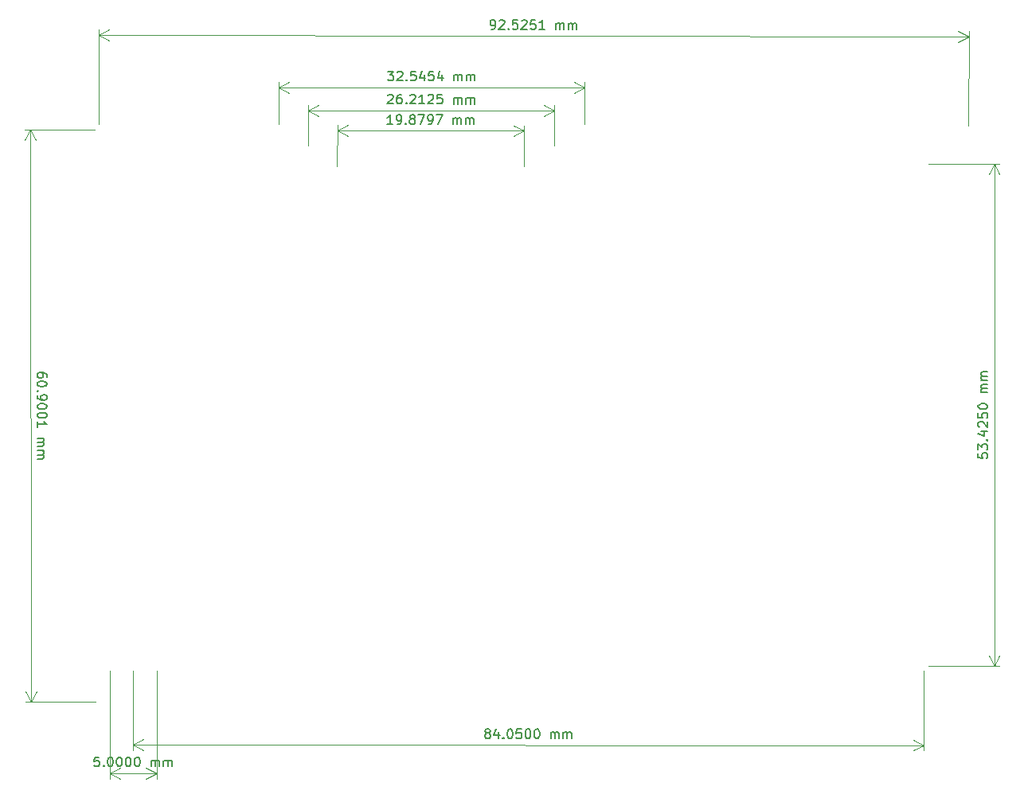
<source format=gbr>
%TF.GenerationSoftware,KiCad,Pcbnew,8.0.9-unknown-202502181922~c4009544a9~ubuntu24.04.1*%
%TF.CreationDate,2025-03-05T23:49:28+05:30*%
%TF.ProjectId,CircuitDesign_AEDTrainer,43697263-7569-4744-9465-7369676e5f41,rev?*%
%TF.SameCoordinates,Original*%
%TF.FileFunction,OtherDrawing,Comment*%
%FSLAX46Y46*%
G04 Gerber Fmt 4.6, Leading zero omitted, Abs format (unit mm)*
G04 Created by KiCad (PCBNEW 8.0.9-unknown-202502181922~c4009544a9~ubuntu24.04.1) date 2025-03-05 23:49:28*
%MOMM*%
%LPD*%
G01*
G04 APERTURE LIST*
%ADD10C,0.150000*%
%ADD11C,0.100000*%
%ADD12C,0.050000*%
G04 APERTURE END LIST*
D10*
X90055952Y-124529819D02*
X89579762Y-124529819D01*
X89579762Y-124529819D02*
X89532143Y-125006009D01*
X89532143Y-125006009D02*
X89579762Y-124958390D01*
X89579762Y-124958390D02*
X89675000Y-124910771D01*
X89675000Y-124910771D02*
X89913095Y-124910771D01*
X89913095Y-124910771D02*
X90008333Y-124958390D01*
X90008333Y-124958390D02*
X90055952Y-125006009D01*
X90055952Y-125006009D02*
X90103571Y-125101247D01*
X90103571Y-125101247D02*
X90103571Y-125339342D01*
X90103571Y-125339342D02*
X90055952Y-125434580D01*
X90055952Y-125434580D02*
X90008333Y-125482200D01*
X90008333Y-125482200D02*
X89913095Y-125529819D01*
X89913095Y-125529819D02*
X89675000Y-125529819D01*
X89675000Y-125529819D02*
X89579762Y-125482200D01*
X89579762Y-125482200D02*
X89532143Y-125434580D01*
X90532143Y-125434580D02*
X90579762Y-125482200D01*
X90579762Y-125482200D02*
X90532143Y-125529819D01*
X90532143Y-125529819D02*
X90484524Y-125482200D01*
X90484524Y-125482200D02*
X90532143Y-125434580D01*
X90532143Y-125434580D02*
X90532143Y-125529819D01*
X91198809Y-124529819D02*
X91294047Y-124529819D01*
X91294047Y-124529819D02*
X91389285Y-124577438D01*
X91389285Y-124577438D02*
X91436904Y-124625057D01*
X91436904Y-124625057D02*
X91484523Y-124720295D01*
X91484523Y-124720295D02*
X91532142Y-124910771D01*
X91532142Y-124910771D02*
X91532142Y-125148866D01*
X91532142Y-125148866D02*
X91484523Y-125339342D01*
X91484523Y-125339342D02*
X91436904Y-125434580D01*
X91436904Y-125434580D02*
X91389285Y-125482200D01*
X91389285Y-125482200D02*
X91294047Y-125529819D01*
X91294047Y-125529819D02*
X91198809Y-125529819D01*
X91198809Y-125529819D02*
X91103571Y-125482200D01*
X91103571Y-125482200D02*
X91055952Y-125434580D01*
X91055952Y-125434580D02*
X91008333Y-125339342D01*
X91008333Y-125339342D02*
X90960714Y-125148866D01*
X90960714Y-125148866D02*
X90960714Y-124910771D01*
X90960714Y-124910771D02*
X91008333Y-124720295D01*
X91008333Y-124720295D02*
X91055952Y-124625057D01*
X91055952Y-124625057D02*
X91103571Y-124577438D01*
X91103571Y-124577438D02*
X91198809Y-124529819D01*
X92151190Y-124529819D02*
X92246428Y-124529819D01*
X92246428Y-124529819D02*
X92341666Y-124577438D01*
X92341666Y-124577438D02*
X92389285Y-124625057D01*
X92389285Y-124625057D02*
X92436904Y-124720295D01*
X92436904Y-124720295D02*
X92484523Y-124910771D01*
X92484523Y-124910771D02*
X92484523Y-125148866D01*
X92484523Y-125148866D02*
X92436904Y-125339342D01*
X92436904Y-125339342D02*
X92389285Y-125434580D01*
X92389285Y-125434580D02*
X92341666Y-125482200D01*
X92341666Y-125482200D02*
X92246428Y-125529819D01*
X92246428Y-125529819D02*
X92151190Y-125529819D01*
X92151190Y-125529819D02*
X92055952Y-125482200D01*
X92055952Y-125482200D02*
X92008333Y-125434580D01*
X92008333Y-125434580D02*
X91960714Y-125339342D01*
X91960714Y-125339342D02*
X91913095Y-125148866D01*
X91913095Y-125148866D02*
X91913095Y-124910771D01*
X91913095Y-124910771D02*
X91960714Y-124720295D01*
X91960714Y-124720295D02*
X92008333Y-124625057D01*
X92008333Y-124625057D02*
X92055952Y-124577438D01*
X92055952Y-124577438D02*
X92151190Y-124529819D01*
X93103571Y-124529819D02*
X93198809Y-124529819D01*
X93198809Y-124529819D02*
X93294047Y-124577438D01*
X93294047Y-124577438D02*
X93341666Y-124625057D01*
X93341666Y-124625057D02*
X93389285Y-124720295D01*
X93389285Y-124720295D02*
X93436904Y-124910771D01*
X93436904Y-124910771D02*
X93436904Y-125148866D01*
X93436904Y-125148866D02*
X93389285Y-125339342D01*
X93389285Y-125339342D02*
X93341666Y-125434580D01*
X93341666Y-125434580D02*
X93294047Y-125482200D01*
X93294047Y-125482200D02*
X93198809Y-125529819D01*
X93198809Y-125529819D02*
X93103571Y-125529819D01*
X93103571Y-125529819D02*
X93008333Y-125482200D01*
X93008333Y-125482200D02*
X92960714Y-125434580D01*
X92960714Y-125434580D02*
X92913095Y-125339342D01*
X92913095Y-125339342D02*
X92865476Y-125148866D01*
X92865476Y-125148866D02*
X92865476Y-124910771D01*
X92865476Y-124910771D02*
X92913095Y-124720295D01*
X92913095Y-124720295D02*
X92960714Y-124625057D01*
X92960714Y-124625057D02*
X93008333Y-124577438D01*
X93008333Y-124577438D02*
X93103571Y-124529819D01*
X94055952Y-124529819D02*
X94151190Y-124529819D01*
X94151190Y-124529819D02*
X94246428Y-124577438D01*
X94246428Y-124577438D02*
X94294047Y-124625057D01*
X94294047Y-124625057D02*
X94341666Y-124720295D01*
X94341666Y-124720295D02*
X94389285Y-124910771D01*
X94389285Y-124910771D02*
X94389285Y-125148866D01*
X94389285Y-125148866D02*
X94341666Y-125339342D01*
X94341666Y-125339342D02*
X94294047Y-125434580D01*
X94294047Y-125434580D02*
X94246428Y-125482200D01*
X94246428Y-125482200D02*
X94151190Y-125529819D01*
X94151190Y-125529819D02*
X94055952Y-125529819D01*
X94055952Y-125529819D02*
X93960714Y-125482200D01*
X93960714Y-125482200D02*
X93913095Y-125434580D01*
X93913095Y-125434580D02*
X93865476Y-125339342D01*
X93865476Y-125339342D02*
X93817857Y-125148866D01*
X93817857Y-125148866D02*
X93817857Y-124910771D01*
X93817857Y-124910771D02*
X93865476Y-124720295D01*
X93865476Y-124720295D02*
X93913095Y-124625057D01*
X93913095Y-124625057D02*
X93960714Y-124577438D01*
X93960714Y-124577438D02*
X94055952Y-124529819D01*
X95579762Y-125529819D02*
X95579762Y-124863152D01*
X95579762Y-124958390D02*
X95627381Y-124910771D01*
X95627381Y-124910771D02*
X95722619Y-124863152D01*
X95722619Y-124863152D02*
X95865476Y-124863152D01*
X95865476Y-124863152D02*
X95960714Y-124910771D01*
X95960714Y-124910771D02*
X96008333Y-125006009D01*
X96008333Y-125006009D02*
X96008333Y-125529819D01*
X96008333Y-125006009D02*
X96055952Y-124910771D01*
X96055952Y-124910771D02*
X96151190Y-124863152D01*
X96151190Y-124863152D02*
X96294047Y-124863152D01*
X96294047Y-124863152D02*
X96389286Y-124910771D01*
X96389286Y-124910771D02*
X96436905Y-125006009D01*
X96436905Y-125006009D02*
X96436905Y-125529819D01*
X96913095Y-125529819D02*
X96913095Y-124863152D01*
X96913095Y-124958390D02*
X96960714Y-124910771D01*
X96960714Y-124910771D02*
X97055952Y-124863152D01*
X97055952Y-124863152D02*
X97198809Y-124863152D01*
X97198809Y-124863152D02*
X97294047Y-124910771D01*
X97294047Y-124910771D02*
X97341666Y-125006009D01*
X97341666Y-125006009D02*
X97341666Y-125529819D01*
X97341666Y-125006009D02*
X97389285Y-124910771D01*
X97389285Y-124910771D02*
X97484523Y-124863152D01*
X97484523Y-124863152D02*
X97627380Y-124863152D01*
X97627380Y-124863152D02*
X97722619Y-124910771D01*
X97722619Y-124910771D02*
X97770238Y-125006009D01*
X97770238Y-125006009D02*
X97770238Y-125529819D01*
D11*
X96175000Y-115300000D02*
X96175000Y-126811420D01*
X91175000Y-115300000D02*
X91175000Y-126811420D01*
X96175000Y-126225000D02*
X91175000Y-126225000D01*
X96175000Y-126225000D02*
X91175000Y-126225000D01*
X96175000Y-126225000D02*
X95048496Y-126811421D01*
X96175000Y-126225000D02*
X95048496Y-125638579D01*
X91175000Y-126225000D02*
X92301504Y-125638579D01*
X91175000Y-126225000D02*
X92301504Y-126811421D01*
D10*
X131730951Y-47073958D02*
X131921427Y-47074267D01*
X131921427Y-47074267D02*
X132016742Y-47026802D01*
X132016742Y-47026802D02*
X132064439Y-46979260D01*
X132064439Y-46979260D02*
X132159908Y-46836558D01*
X132159908Y-46836558D02*
X132207836Y-46646159D01*
X132207836Y-46646159D02*
X132208454Y-46265207D01*
X132208454Y-46265207D02*
X132160989Y-46169892D01*
X132160989Y-46169892D02*
X132113447Y-46122196D01*
X132113447Y-46122196D02*
X132018286Y-46074423D01*
X132018286Y-46074423D02*
X131827811Y-46074114D01*
X131827811Y-46074114D02*
X131732495Y-46121578D01*
X131732495Y-46121578D02*
X131684799Y-46169120D01*
X131684799Y-46169120D02*
X131637026Y-46264281D01*
X131637026Y-46264281D02*
X131636640Y-46502376D01*
X131636640Y-46502376D02*
X131684104Y-46597691D01*
X131684104Y-46597691D02*
X131731646Y-46645387D01*
X131731646Y-46645387D02*
X131826807Y-46693161D01*
X131826807Y-46693161D02*
X132017283Y-46693469D01*
X132017283Y-46693469D02*
X132112598Y-46646005D01*
X132112598Y-46646005D02*
X132160294Y-46598463D01*
X132160294Y-46598463D02*
X132208068Y-46503302D01*
X132589560Y-46170587D02*
X132637256Y-46123045D01*
X132637256Y-46123045D02*
X132732571Y-46075581D01*
X132732571Y-46075581D02*
X132970666Y-46075967D01*
X132970666Y-46075967D02*
X133065827Y-46123740D01*
X133065827Y-46123740D02*
X133113369Y-46171436D01*
X133113369Y-46171436D02*
X133160833Y-46266751D01*
X133160833Y-46266751D02*
X133160679Y-46361989D01*
X133160679Y-46361989D02*
X133112828Y-46504769D01*
X133112828Y-46504769D02*
X132540474Y-47075270D01*
X132540474Y-47075270D02*
X133159521Y-47076274D01*
X133588246Y-46981731D02*
X133635788Y-47029427D01*
X133635788Y-47029427D02*
X133588092Y-47076969D01*
X133588092Y-47076969D02*
X133540550Y-47029273D01*
X133540550Y-47029273D02*
X133588246Y-46981731D01*
X133588246Y-46981731D02*
X133588092Y-47076969D01*
X134542092Y-46078514D02*
X134065902Y-46077742D01*
X134065902Y-46077742D02*
X134017511Y-46553855D01*
X134017511Y-46553855D02*
X134065208Y-46506313D01*
X134065208Y-46506313D02*
X134160523Y-46458848D01*
X134160523Y-46458848D02*
X134398618Y-46459234D01*
X134398618Y-46459234D02*
X134493779Y-46507008D01*
X134493779Y-46507008D02*
X134541320Y-46554704D01*
X134541320Y-46554704D02*
X134588785Y-46650019D01*
X134588785Y-46650019D02*
X134588399Y-46888114D01*
X134588399Y-46888114D02*
X134540626Y-46983275D01*
X134540626Y-46983275D02*
X134492929Y-47030817D01*
X134492929Y-47030817D02*
X134397614Y-47078281D01*
X134397614Y-47078281D02*
X134159519Y-47077895D01*
X134159519Y-47077895D02*
X134064358Y-47030122D01*
X134064358Y-47030122D02*
X134016817Y-46982426D01*
X134970509Y-46174447D02*
X135018205Y-46126905D01*
X135018205Y-46126905D02*
X135113520Y-46079440D01*
X135113520Y-46079440D02*
X135351615Y-46079826D01*
X135351615Y-46079826D02*
X135446776Y-46127600D01*
X135446776Y-46127600D02*
X135494318Y-46175296D01*
X135494318Y-46175296D02*
X135541782Y-46270611D01*
X135541782Y-46270611D02*
X135541628Y-46365849D01*
X135541628Y-46365849D02*
X135493777Y-46508629D01*
X135493777Y-46508629D02*
X134921423Y-47079130D01*
X134921423Y-47079130D02*
X135540470Y-47080134D01*
X136446852Y-46081602D02*
X135970662Y-46080830D01*
X135970662Y-46080830D02*
X135922271Y-46556943D01*
X135922271Y-46556943D02*
X135969967Y-46509401D01*
X135969967Y-46509401D02*
X136065282Y-46461936D01*
X136065282Y-46461936D02*
X136303377Y-46462322D01*
X136303377Y-46462322D02*
X136398538Y-46510096D01*
X136398538Y-46510096D02*
X136446080Y-46557792D01*
X136446080Y-46557792D02*
X136493544Y-46653107D01*
X136493544Y-46653107D02*
X136493158Y-46891202D01*
X136493158Y-46891202D02*
X136445385Y-46986363D01*
X136445385Y-46986363D02*
X136397689Y-47033905D01*
X136397689Y-47033905D02*
X136302374Y-47081369D01*
X136302374Y-47081369D02*
X136064279Y-47080983D01*
X136064279Y-47080983D02*
X135969118Y-47033210D01*
X135969118Y-47033210D02*
X135921576Y-46985514D01*
X137445229Y-47083222D02*
X136873802Y-47082296D01*
X137159515Y-47082759D02*
X137161137Y-46082760D01*
X137161137Y-46082760D02*
X137065667Y-46225463D01*
X137065667Y-46225463D02*
X136970275Y-46320546D01*
X136970275Y-46320546D02*
X136874960Y-46368011D01*
X138635704Y-47085152D02*
X138636785Y-46418486D01*
X138636631Y-46513724D02*
X138684327Y-46466182D01*
X138684327Y-46466182D02*
X138779642Y-46418718D01*
X138779642Y-46418718D02*
X138922499Y-46418949D01*
X138922499Y-46418949D02*
X139017660Y-46466723D01*
X139017660Y-46466723D02*
X139065124Y-46562038D01*
X139065124Y-46562038D02*
X139064275Y-47085847D01*
X139065124Y-46562038D02*
X139112898Y-46466877D01*
X139112898Y-46466877D02*
X139208213Y-46419413D01*
X139208213Y-46419413D02*
X139351070Y-46419644D01*
X139351070Y-46419644D02*
X139446231Y-46467417D01*
X139446231Y-46467417D02*
X139493695Y-46562733D01*
X139493695Y-46562733D02*
X139492846Y-47086541D01*
X139969036Y-47087313D02*
X139970116Y-46420648D01*
X139969962Y-46515886D02*
X140017658Y-46468344D01*
X140017658Y-46468344D02*
X140112973Y-46420879D01*
X140112973Y-46420879D02*
X140255830Y-46421111D01*
X140255830Y-46421111D02*
X140350991Y-46468884D01*
X140350991Y-46468884D02*
X140398456Y-46564199D01*
X140398456Y-46564199D02*
X140397606Y-47088008D01*
X140398456Y-46564199D02*
X140446229Y-46469039D01*
X140446229Y-46469039D02*
X140541544Y-46421574D01*
X140541544Y-46421574D02*
X140684401Y-46421806D01*
X140684401Y-46421806D02*
X140779562Y-46469579D01*
X140779562Y-46469579D02*
X140827026Y-46564894D01*
X140827026Y-46564894D02*
X140826177Y-47088703D01*
D11*
X182500811Y-57300001D02*
X182517079Y-47265053D01*
X89975811Y-57150001D02*
X89992079Y-47115053D01*
X182516128Y-47851472D02*
X89991128Y-47701472D01*
X182516128Y-47851472D02*
X89991128Y-47701472D01*
X182516128Y-47851472D02*
X181388675Y-48436066D01*
X182516128Y-47851472D02*
X181390576Y-47263226D01*
X89991128Y-47701472D02*
X91118581Y-47116878D01*
X89991128Y-47701472D02*
X91116680Y-48289718D01*
D10*
X84486547Y-84066438D02*
X84486234Y-83875962D01*
X84486234Y-83875962D02*
X84438459Y-83780802D01*
X84438459Y-83780802D02*
X84390762Y-83733261D01*
X84390762Y-83733261D02*
X84247748Y-83638258D01*
X84247748Y-83638258D02*
X84057194Y-83590951D01*
X84057194Y-83590951D02*
X83676242Y-83591577D01*
X83676242Y-83591577D02*
X83581083Y-83639352D01*
X83581083Y-83639352D02*
X83533542Y-83687050D01*
X83533542Y-83687050D02*
X83486079Y-83782366D01*
X83486079Y-83782366D02*
X83486392Y-83972842D01*
X83486392Y-83972842D02*
X83534167Y-84068001D01*
X83534167Y-84068001D02*
X83581865Y-84115542D01*
X83581865Y-84115542D02*
X83677181Y-84163005D01*
X83677181Y-84163005D02*
X83915276Y-84162614D01*
X83915276Y-84162614D02*
X84010435Y-84114838D01*
X84010435Y-84114838D02*
X84057976Y-84067141D01*
X84057976Y-84067141D02*
X84105439Y-83971825D01*
X84105439Y-83971825D02*
X84105126Y-83781349D01*
X84105126Y-83781349D02*
X84057351Y-83686189D01*
X84057351Y-83686189D02*
X84009653Y-83638649D01*
X84009653Y-83638649D02*
X83914337Y-83591186D01*
X84487720Y-84780722D02*
X84487876Y-84875960D01*
X84487876Y-84875960D02*
X84440414Y-84971276D01*
X84440414Y-84971276D02*
X84392873Y-85018974D01*
X84392873Y-85018974D02*
X84297713Y-85066749D01*
X84297713Y-85066749D02*
X84107315Y-85114681D01*
X84107315Y-85114681D02*
X83869220Y-85115072D01*
X83869220Y-85115072D02*
X83678666Y-85067766D01*
X83678666Y-85067766D02*
X83583350Y-85020303D01*
X83583350Y-85020303D02*
X83535653Y-84972762D01*
X83535653Y-84972762D02*
X83487878Y-84877602D01*
X83487878Y-84877602D02*
X83487721Y-84782364D01*
X83487721Y-84782364D02*
X83535184Y-84687048D01*
X83535184Y-84687048D02*
X83582725Y-84639351D01*
X83582725Y-84639351D02*
X83677884Y-84591576D01*
X83677884Y-84591576D02*
X83868282Y-84543644D01*
X83868282Y-84543644D02*
X84106377Y-84543253D01*
X84106377Y-84543253D02*
X84296931Y-84590559D01*
X84296931Y-84590559D02*
X84392247Y-84638022D01*
X84392247Y-84638022D02*
X84439945Y-84685563D01*
X84439945Y-84685563D02*
X84487720Y-84780722D01*
X83584210Y-85544112D02*
X83536669Y-85591809D01*
X83536669Y-85591809D02*
X83488972Y-85544268D01*
X83488972Y-85544268D02*
X83536513Y-85496571D01*
X83536513Y-85496571D02*
X83584210Y-85544112D01*
X83584210Y-85544112D02*
X83488972Y-85544268D01*
X83489832Y-86068077D02*
X83490145Y-86258552D01*
X83490145Y-86258552D02*
X83537921Y-86353712D01*
X83537921Y-86353712D02*
X83585618Y-86401253D01*
X83585618Y-86401253D02*
X83728631Y-86496256D01*
X83728631Y-86496256D02*
X83919185Y-86543563D01*
X83919185Y-86543563D02*
X84300137Y-86542937D01*
X84300137Y-86542937D02*
X84395297Y-86495162D01*
X84395297Y-86495162D02*
X84442838Y-86447465D01*
X84442838Y-86447465D02*
X84490300Y-86352148D01*
X84490300Y-86352148D02*
X84489987Y-86161672D01*
X84489987Y-86161672D02*
X84442212Y-86066513D01*
X84442212Y-86066513D02*
X84394515Y-86018972D01*
X84394515Y-86018972D02*
X84299199Y-85971509D01*
X84299199Y-85971509D02*
X84061104Y-85971900D01*
X84061104Y-85971900D02*
X83965944Y-86019676D01*
X83965944Y-86019676D02*
X83918403Y-86067373D01*
X83918403Y-86067373D02*
X83870941Y-86162689D01*
X83870941Y-86162689D02*
X83871253Y-86353165D01*
X83871253Y-86353165D02*
X83919029Y-86448325D01*
X83919029Y-86448325D02*
X83966726Y-86495865D01*
X83966726Y-86495865D02*
X84062042Y-86543328D01*
X84491629Y-87161671D02*
X84491786Y-87256909D01*
X84491786Y-87256909D02*
X84444323Y-87352225D01*
X84444323Y-87352225D02*
X84396782Y-87399922D01*
X84396782Y-87399922D02*
X84301623Y-87447698D01*
X84301623Y-87447698D02*
X84111225Y-87495630D01*
X84111225Y-87495630D02*
X83873130Y-87496021D01*
X83873130Y-87496021D02*
X83682576Y-87448714D01*
X83682576Y-87448714D02*
X83587260Y-87401252D01*
X83587260Y-87401252D02*
X83539563Y-87353711D01*
X83539563Y-87353711D02*
X83491787Y-87258551D01*
X83491787Y-87258551D02*
X83491631Y-87163313D01*
X83491631Y-87163313D02*
X83539093Y-87067997D01*
X83539093Y-87067997D02*
X83586634Y-87020300D01*
X83586634Y-87020300D02*
X83681794Y-86972524D01*
X83681794Y-86972524D02*
X83872192Y-86924593D01*
X83872192Y-86924593D02*
X84110287Y-86924202D01*
X84110287Y-86924202D02*
X84300841Y-86971508D01*
X84300841Y-86971508D02*
X84396157Y-87018971D01*
X84396157Y-87018971D02*
X84443854Y-87066511D01*
X84443854Y-87066511D02*
X84491629Y-87161671D01*
X84493193Y-88114051D02*
X84493350Y-88209289D01*
X84493350Y-88209289D02*
X84445887Y-88304605D01*
X84445887Y-88304605D02*
X84398346Y-88352302D01*
X84398346Y-88352302D02*
X84303187Y-88400078D01*
X84303187Y-88400078D02*
X84112789Y-88448009D01*
X84112789Y-88448009D02*
X83874694Y-88448400D01*
X83874694Y-88448400D02*
X83684140Y-88401094D01*
X83684140Y-88401094D02*
X83588824Y-88353631D01*
X83588824Y-88353631D02*
X83541126Y-88306091D01*
X83541126Y-88306091D02*
X83493351Y-88210931D01*
X83493351Y-88210931D02*
X83493195Y-88115693D01*
X83493195Y-88115693D02*
X83540657Y-88020377D01*
X83540657Y-88020377D02*
X83588198Y-87972680D01*
X83588198Y-87972680D02*
X83683358Y-87924904D01*
X83683358Y-87924904D02*
X83873756Y-87876972D01*
X83873756Y-87876972D02*
X84111851Y-87876581D01*
X84111851Y-87876581D02*
X84302405Y-87923888D01*
X84302405Y-87923888D02*
X84397721Y-87971350D01*
X84397721Y-87971350D02*
X84445418Y-88018891D01*
X84445418Y-88018891D02*
X84493193Y-88114051D01*
X83495306Y-89401405D02*
X83494368Y-88829978D01*
X83494837Y-89115692D02*
X84494835Y-89114050D01*
X84494835Y-89114050D02*
X84351822Y-89019046D01*
X84351822Y-89019046D02*
X84256428Y-88923965D01*
X84256428Y-88923965D02*
X84208652Y-88828805D01*
X83497261Y-90591880D02*
X84163926Y-90590786D01*
X84068688Y-90590942D02*
X84116386Y-90638483D01*
X84116386Y-90638483D02*
X84164161Y-90733643D01*
X84164161Y-90733643D02*
X84164396Y-90876500D01*
X84164396Y-90876500D02*
X84116933Y-90971816D01*
X84116933Y-90971816D02*
X84021773Y-91019591D01*
X84021773Y-91019591D02*
X83497964Y-91020451D01*
X84021773Y-91019591D02*
X84117089Y-91067054D01*
X84117089Y-91067054D02*
X84164865Y-91162213D01*
X84164865Y-91162213D02*
X84165099Y-91305070D01*
X84165099Y-91305070D02*
X84117637Y-91400387D01*
X84117637Y-91400387D02*
X84022477Y-91448162D01*
X84022477Y-91448162D02*
X83498668Y-91449022D01*
X83499450Y-91925212D02*
X84166116Y-91924117D01*
X84070878Y-91924273D02*
X84118575Y-91971814D01*
X84118575Y-91971814D02*
X84166350Y-92066974D01*
X84166350Y-92066974D02*
X84166585Y-92209831D01*
X84166585Y-92209831D02*
X84119122Y-92305147D01*
X84119122Y-92305147D02*
X84023963Y-92352922D01*
X84023963Y-92352922D02*
X83500154Y-92353782D01*
X84023963Y-92352922D02*
X84119279Y-92400385D01*
X84119279Y-92400385D02*
X84167054Y-92495545D01*
X84167054Y-92495545D02*
X84167289Y-92638402D01*
X84167289Y-92638402D02*
X84119826Y-92733718D01*
X84119826Y-92733718D02*
X84024666Y-92781493D01*
X84024666Y-92781493D02*
X83500858Y-92782353D01*
D11*
X89600001Y-57750821D02*
X82161753Y-57763035D01*
X89700001Y-118650821D02*
X82261753Y-118663035D01*
X82748172Y-57762072D02*
X82848172Y-118662072D01*
X82748172Y-57762072D02*
X82848172Y-118662072D01*
X82748172Y-57762072D02*
X83336442Y-58887611D01*
X82748172Y-57762072D02*
X82163602Y-58889537D01*
X82848172Y-118662072D02*
X82259902Y-117536533D01*
X82848172Y-118662072D02*
X83432742Y-117534607D01*
D10*
X121268732Y-57176584D02*
X120697304Y-57175962D01*
X120983018Y-57176273D02*
X120984107Y-56176273D01*
X120984107Y-56176273D02*
X120888714Y-56319027D01*
X120888714Y-56319027D02*
X120793372Y-56414161D01*
X120793372Y-56414161D02*
X120698082Y-56461676D01*
X121744922Y-57177103D02*
X121935399Y-57177310D01*
X121935399Y-57177310D02*
X122030688Y-57129795D01*
X122030688Y-57129795D02*
X122078359Y-57082228D01*
X122078359Y-57082228D02*
X122173753Y-56939475D01*
X122173753Y-56939475D02*
X122221580Y-56749050D01*
X122221580Y-56749050D02*
X122221994Y-56368098D01*
X122221994Y-56368098D02*
X122174479Y-56272808D01*
X122174479Y-56272808D02*
X122126912Y-56225137D01*
X122126912Y-56225137D02*
X122031726Y-56177415D01*
X122031726Y-56177415D02*
X121841250Y-56177207D01*
X121841250Y-56177207D02*
X121745960Y-56224722D01*
X121745960Y-56224722D02*
X121698289Y-56272289D01*
X121698289Y-56272289D02*
X121650566Y-56367476D01*
X121650566Y-56367476D02*
X121650307Y-56605571D01*
X121650307Y-56605571D02*
X121697822Y-56700861D01*
X121697822Y-56700861D02*
X121745389Y-56748532D01*
X121745389Y-56748532D02*
X121840575Y-56796254D01*
X121840575Y-56796254D02*
X122031052Y-56796462D01*
X122031052Y-56796462D02*
X122126341Y-56748947D01*
X122126341Y-56748947D02*
X122174012Y-56701379D01*
X122174012Y-56701379D02*
X122221735Y-56606193D01*
X122649788Y-57082850D02*
X122697355Y-57130521D01*
X122697355Y-57130521D02*
X122649684Y-57178088D01*
X122649684Y-57178088D02*
X122602117Y-57130417D01*
X122602117Y-57130417D02*
X122649788Y-57082850D01*
X122649788Y-57082850D02*
X122649684Y-57178088D01*
X123269353Y-56607334D02*
X123174167Y-56559612D01*
X123174167Y-56559612D02*
X123126600Y-56511941D01*
X123126600Y-56511941D02*
X123079085Y-56416651D01*
X123079085Y-56416651D02*
X123079136Y-56369032D01*
X123079136Y-56369032D02*
X123126859Y-56273846D01*
X123126859Y-56273846D02*
X123174530Y-56226279D01*
X123174530Y-56226279D02*
X123269820Y-56178763D01*
X123269820Y-56178763D02*
X123460296Y-56178971D01*
X123460296Y-56178971D02*
X123555482Y-56226694D01*
X123555482Y-56226694D02*
X123603049Y-56274364D01*
X123603049Y-56274364D02*
X123650565Y-56369654D01*
X123650565Y-56369654D02*
X123650513Y-56417273D01*
X123650513Y-56417273D02*
X123602790Y-56512460D01*
X123602790Y-56512460D02*
X123555119Y-56560027D01*
X123555119Y-56560027D02*
X123459829Y-56607542D01*
X123459829Y-56607542D02*
X123269353Y-56607334D01*
X123269353Y-56607334D02*
X123174063Y-56654850D01*
X123174063Y-56654850D02*
X123126392Y-56702417D01*
X123126392Y-56702417D02*
X123078670Y-56797603D01*
X123078670Y-56797603D02*
X123078462Y-56988079D01*
X123078462Y-56988079D02*
X123125977Y-57083369D01*
X123125977Y-57083369D02*
X123173544Y-57131040D01*
X123173544Y-57131040D02*
X123268731Y-57178763D01*
X123268731Y-57178763D02*
X123459207Y-57178970D01*
X123459207Y-57178970D02*
X123554497Y-57131455D01*
X123554497Y-57131455D02*
X123602168Y-57083888D01*
X123602168Y-57083888D02*
X123649890Y-56988702D01*
X123649890Y-56988702D02*
X123650098Y-56798226D01*
X123650098Y-56798226D02*
X123602583Y-56702936D01*
X123602583Y-56702936D02*
X123555015Y-56655265D01*
X123555015Y-56655265D02*
X123459829Y-56607542D01*
X123984105Y-56179541D02*
X124650772Y-56180268D01*
X124650772Y-56180268D02*
X124221111Y-57179800D01*
X125078253Y-57180734D02*
X125268730Y-57180941D01*
X125268730Y-57180941D02*
X125364019Y-57133426D01*
X125364019Y-57133426D02*
X125411690Y-57085859D01*
X125411690Y-57085859D02*
X125507084Y-56943106D01*
X125507084Y-56943106D02*
X125554911Y-56752681D01*
X125554911Y-56752681D02*
X125555326Y-56371729D01*
X125555326Y-56371729D02*
X125507810Y-56276439D01*
X125507810Y-56276439D02*
X125460243Y-56228769D01*
X125460243Y-56228769D02*
X125365057Y-56181046D01*
X125365057Y-56181046D02*
X125174581Y-56180838D01*
X125174581Y-56180838D02*
X125079291Y-56228354D01*
X125079291Y-56228354D02*
X125031620Y-56275921D01*
X125031620Y-56275921D02*
X124983897Y-56371107D01*
X124983897Y-56371107D02*
X124983638Y-56609202D01*
X124983638Y-56609202D02*
X125031153Y-56704492D01*
X125031153Y-56704492D02*
X125078720Y-56752163D01*
X125078720Y-56752163D02*
X125173906Y-56799886D01*
X125173906Y-56799886D02*
X125364383Y-56800093D01*
X125364383Y-56800093D02*
X125459672Y-56752578D01*
X125459672Y-56752578D02*
X125507343Y-56705011D01*
X125507343Y-56705011D02*
X125555066Y-56609824D01*
X125888866Y-56181616D02*
X126555532Y-56182343D01*
X126555532Y-56182343D02*
X126125872Y-57181875D01*
X127697300Y-57183587D02*
X127698026Y-56516921D01*
X127697922Y-56612159D02*
X127745593Y-56564592D01*
X127745593Y-56564592D02*
X127840883Y-56517076D01*
X127840883Y-56517076D02*
X127983740Y-56517232D01*
X127983740Y-56517232D02*
X128078926Y-56564955D01*
X128078926Y-56564955D02*
X128126442Y-56660245D01*
X128126442Y-56660245D02*
X128125871Y-57184054D01*
X128126442Y-56660245D02*
X128174164Y-56565058D01*
X128174164Y-56565058D02*
X128269454Y-56517543D01*
X128269454Y-56517543D02*
X128412311Y-56517699D01*
X128412311Y-56517699D02*
X128507498Y-56565422D01*
X128507498Y-56565422D02*
X128555013Y-56660711D01*
X128555013Y-56660711D02*
X128554442Y-57184521D01*
X129030632Y-57185039D02*
X129031358Y-56518373D01*
X129031255Y-56613611D02*
X129078925Y-56566044D01*
X129078925Y-56566044D02*
X129174215Y-56518529D01*
X129174215Y-56518529D02*
X129317072Y-56518684D01*
X129317072Y-56518684D02*
X129412259Y-56566407D01*
X129412259Y-56566407D02*
X129459774Y-56661697D01*
X129459774Y-56661697D02*
X129459203Y-57185506D01*
X129459774Y-56661697D02*
X129507497Y-56566511D01*
X129507497Y-56566511D02*
X129602787Y-56518996D01*
X129602787Y-56518996D02*
X129745644Y-56519151D01*
X129745644Y-56519151D02*
X129840830Y-56566874D01*
X129840830Y-56566874D02*
X129888345Y-56662164D01*
X129888345Y-56662164D02*
X129887774Y-57185973D01*
D12*
X115371603Y-61676739D02*
X115376394Y-57278926D01*
X135251276Y-61698394D02*
X135256067Y-57300581D01*
X115375754Y-57865346D02*
X135255427Y-57887001D01*
X115375754Y-57865346D02*
X135255427Y-57887001D01*
X115375754Y-57865346D02*
X116502896Y-57280153D01*
X115375754Y-57865346D02*
X116501618Y-58452993D01*
X135255427Y-57887001D02*
X134128285Y-58472194D01*
X135255427Y-57887001D02*
X134129563Y-57299354D01*
D10*
X120752712Y-54104795D02*
X120800351Y-54057195D01*
X120800351Y-54057195D02*
X120895608Y-54009616D01*
X120895608Y-54009616D02*
X121133704Y-54009714D01*
X121133704Y-54009714D02*
X121228922Y-54057372D01*
X121228922Y-54057372D02*
X121276521Y-54105011D01*
X121276521Y-54105011D02*
X121324101Y-54200269D01*
X121324101Y-54200269D02*
X121324062Y-54295507D01*
X121324062Y-54295507D02*
X121276384Y-54438344D01*
X121276384Y-54438344D02*
X120704719Y-55009537D01*
X120704719Y-55009537D02*
X121323767Y-55009792D01*
X122181323Y-54010147D02*
X121990846Y-54010068D01*
X121990846Y-54010068D02*
X121895589Y-54057648D01*
X121895589Y-54057648D02*
X121847950Y-54105247D01*
X121847950Y-54105247D02*
X121752653Y-54248065D01*
X121752653Y-54248065D02*
X121704955Y-54438521D01*
X121704955Y-54438521D02*
X121704798Y-54819474D01*
X121704798Y-54819474D02*
X121752378Y-54914731D01*
X121752378Y-54914731D02*
X121799977Y-54962370D01*
X121799977Y-54962370D02*
X121895195Y-55010029D01*
X121895195Y-55010029D02*
X122085671Y-55010107D01*
X122085671Y-55010107D02*
X122180929Y-54962528D01*
X122180929Y-54962528D02*
X122228568Y-54914928D01*
X122228568Y-54914928D02*
X122276226Y-54819710D01*
X122276226Y-54819710D02*
X122276325Y-54581615D01*
X122276325Y-54581615D02*
X122228745Y-54486357D01*
X122228745Y-54486357D02*
X122181146Y-54438718D01*
X122181146Y-54438718D02*
X122085927Y-54391060D01*
X122085927Y-54391060D02*
X121895451Y-54390981D01*
X121895451Y-54390981D02*
X121800193Y-54438561D01*
X121800193Y-54438561D02*
X121752555Y-54486160D01*
X121752555Y-54486160D02*
X121704896Y-54581378D01*
X122704758Y-54915125D02*
X122752358Y-54962764D01*
X122752358Y-54962764D02*
X122704719Y-55010363D01*
X122704719Y-55010363D02*
X122657120Y-54962724D01*
X122657120Y-54962724D02*
X122704758Y-54915125D01*
X122704758Y-54915125D02*
X122704719Y-55010363D01*
X123133664Y-54105778D02*
X123181302Y-54058179D01*
X123181302Y-54058179D02*
X123276560Y-54010599D01*
X123276560Y-54010599D02*
X123514655Y-54010697D01*
X123514655Y-54010697D02*
X123609874Y-54058356D01*
X123609874Y-54058356D02*
X123657473Y-54105995D01*
X123657473Y-54105995D02*
X123705053Y-54201252D01*
X123705053Y-54201252D02*
X123705014Y-54296490D01*
X123705014Y-54296490D02*
X123657336Y-54439328D01*
X123657336Y-54439328D02*
X123085671Y-55010520D01*
X123085671Y-55010520D02*
X123704719Y-55010776D01*
X124657099Y-55011169D02*
X124085671Y-55010933D01*
X124371385Y-55011051D02*
X124371798Y-54011052D01*
X124371798Y-54011052D02*
X124276501Y-54153869D01*
X124276501Y-54153869D02*
X124181224Y-54249068D01*
X124181224Y-54249068D02*
X124085966Y-54296648D01*
X125038426Y-54106565D02*
X125086064Y-54058966D01*
X125086064Y-54058966D02*
X125181322Y-54011386D01*
X125181322Y-54011386D02*
X125419417Y-54011484D01*
X125419417Y-54011484D02*
X125514636Y-54059143D01*
X125514636Y-54059143D02*
X125562235Y-54106781D01*
X125562235Y-54106781D02*
X125609815Y-54202039D01*
X125609815Y-54202039D02*
X125609775Y-54297277D01*
X125609775Y-54297277D02*
X125562097Y-54440115D01*
X125562097Y-54440115D02*
X124990433Y-55011307D01*
X124990433Y-55011307D02*
X125609480Y-55011563D01*
X126514655Y-54011937D02*
X126038465Y-54011740D01*
X126038465Y-54011740D02*
X125990649Y-54487911D01*
X125990649Y-54487911D02*
X126038288Y-54440311D01*
X126038288Y-54440311D02*
X126133546Y-54392732D01*
X126133546Y-54392732D02*
X126371641Y-54392830D01*
X126371641Y-54392830D02*
X126466859Y-54440488D01*
X126466859Y-54440488D02*
X126514459Y-54488127D01*
X126514459Y-54488127D02*
X126562038Y-54583385D01*
X126562038Y-54583385D02*
X126561940Y-54821480D01*
X126561940Y-54821480D02*
X126514282Y-54916699D01*
X126514282Y-54916699D02*
X126466643Y-54964298D01*
X126466643Y-54964298D02*
X126371385Y-55011878D01*
X126371385Y-55011878D02*
X126133290Y-55011779D01*
X126133290Y-55011779D02*
X126038071Y-54964121D01*
X126038071Y-54964121D02*
X125990472Y-54916482D01*
X127752338Y-55012448D02*
X127752613Y-54345781D01*
X127752574Y-54441020D02*
X127800212Y-54393420D01*
X127800212Y-54393420D02*
X127895470Y-54345840D01*
X127895470Y-54345840D02*
X128038327Y-54345899D01*
X128038327Y-54345899D02*
X128133546Y-54393558D01*
X128133546Y-54393558D02*
X128181125Y-54488816D01*
X128181125Y-54488816D02*
X128180909Y-55012625D01*
X128181125Y-54488816D02*
X128228784Y-54393597D01*
X128228784Y-54393597D02*
X128324042Y-54346017D01*
X128324042Y-54346017D02*
X128466899Y-54346076D01*
X128466899Y-54346076D02*
X128562117Y-54393735D01*
X128562117Y-54393735D02*
X128609697Y-54488993D01*
X128609697Y-54488993D02*
X128609480Y-55012802D01*
X129085671Y-55012999D02*
X129085946Y-54346332D01*
X129085907Y-54441570D02*
X129133545Y-54393971D01*
X129133545Y-54393971D02*
X129228803Y-54346391D01*
X129228803Y-54346391D02*
X129371660Y-54346450D01*
X129371660Y-54346450D02*
X129466879Y-54394109D01*
X129466879Y-54394109D02*
X129514458Y-54489366D01*
X129514458Y-54489366D02*
X129514242Y-55013176D01*
X129514458Y-54489366D02*
X129562117Y-54394148D01*
X129562117Y-54394148D02*
X129657374Y-54346568D01*
X129657374Y-54346568D02*
X129800232Y-54346627D01*
X129800232Y-54346627D02*
X129895450Y-54394286D01*
X129895450Y-54394286D02*
X129943030Y-54489543D01*
X129943030Y-54489543D02*
X129942813Y-55013353D01*
D12*
X112263292Y-59425871D02*
X112265073Y-55114812D01*
X138475828Y-59436698D02*
X138477609Y-55125639D01*
X112264830Y-55701232D02*
X138477366Y-55712059D01*
X112264830Y-55701232D02*
X138477366Y-55712059D01*
X112264830Y-55701232D02*
X113391576Y-55115277D01*
X112264830Y-55701232D02*
X113391091Y-56288118D01*
X138477366Y-55712059D02*
X137350620Y-56298014D01*
X138477366Y-55712059D02*
X137351105Y-55125173D01*
D10*
X120757877Y-51554819D02*
X121376924Y-51554819D01*
X121376924Y-51554819D02*
X121043591Y-51935771D01*
X121043591Y-51935771D02*
X121186448Y-51935771D01*
X121186448Y-51935771D02*
X121281686Y-51983390D01*
X121281686Y-51983390D02*
X121329305Y-52031009D01*
X121329305Y-52031009D02*
X121376924Y-52126247D01*
X121376924Y-52126247D02*
X121376924Y-52364342D01*
X121376924Y-52364342D02*
X121329305Y-52459580D01*
X121329305Y-52459580D02*
X121281686Y-52507200D01*
X121281686Y-52507200D02*
X121186448Y-52554819D01*
X121186448Y-52554819D02*
X120900734Y-52554819D01*
X120900734Y-52554819D02*
X120805496Y-52507200D01*
X120805496Y-52507200D02*
X120757877Y-52459580D01*
X121757877Y-51650057D02*
X121805496Y-51602438D01*
X121805496Y-51602438D02*
X121900734Y-51554819D01*
X121900734Y-51554819D02*
X122138829Y-51554819D01*
X122138829Y-51554819D02*
X122234067Y-51602438D01*
X122234067Y-51602438D02*
X122281686Y-51650057D01*
X122281686Y-51650057D02*
X122329305Y-51745295D01*
X122329305Y-51745295D02*
X122329305Y-51840533D01*
X122329305Y-51840533D02*
X122281686Y-51983390D01*
X122281686Y-51983390D02*
X121710258Y-52554819D01*
X121710258Y-52554819D02*
X122329305Y-52554819D01*
X122757877Y-52459580D02*
X122805496Y-52507200D01*
X122805496Y-52507200D02*
X122757877Y-52554819D01*
X122757877Y-52554819D02*
X122710258Y-52507200D01*
X122710258Y-52507200D02*
X122757877Y-52459580D01*
X122757877Y-52459580D02*
X122757877Y-52554819D01*
X123710257Y-51554819D02*
X123234067Y-51554819D01*
X123234067Y-51554819D02*
X123186448Y-52031009D01*
X123186448Y-52031009D02*
X123234067Y-51983390D01*
X123234067Y-51983390D02*
X123329305Y-51935771D01*
X123329305Y-51935771D02*
X123567400Y-51935771D01*
X123567400Y-51935771D02*
X123662638Y-51983390D01*
X123662638Y-51983390D02*
X123710257Y-52031009D01*
X123710257Y-52031009D02*
X123757876Y-52126247D01*
X123757876Y-52126247D02*
X123757876Y-52364342D01*
X123757876Y-52364342D02*
X123710257Y-52459580D01*
X123710257Y-52459580D02*
X123662638Y-52507200D01*
X123662638Y-52507200D02*
X123567400Y-52554819D01*
X123567400Y-52554819D02*
X123329305Y-52554819D01*
X123329305Y-52554819D02*
X123234067Y-52507200D01*
X123234067Y-52507200D02*
X123186448Y-52459580D01*
X124615019Y-51888152D02*
X124615019Y-52554819D01*
X124376924Y-51507200D02*
X124138829Y-52221485D01*
X124138829Y-52221485D02*
X124757876Y-52221485D01*
X125615019Y-51554819D02*
X125138829Y-51554819D01*
X125138829Y-51554819D02*
X125091210Y-52031009D01*
X125091210Y-52031009D02*
X125138829Y-51983390D01*
X125138829Y-51983390D02*
X125234067Y-51935771D01*
X125234067Y-51935771D02*
X125472162Y-51935771D01*
X125472162Y-51935771D02*
X125567400Y-51983390D01*
X125567400Y-51983390D02*
X125615019Y-52031009D01*
X125615019Y-52031009D02*
X125662638Y-52126247D01*
X125662638Y-52126247D02*
X125662638Y-52364342D01*
X125662638Y-52364342D02*
X125615019Y-52459580D01*
X125615019Y-52459580D02*
X125567400Y-52507200D01*
X125567400Y-52507200D02*
X125472162Y-52554819D01*
X125472162Y-52554819D02*
X125234067Y-52554819D01*
X125234067Y-52554819D02*
X125138829Y-52507200D01*
X125138829Y-52507200D02*
X125091210Y-52459580D01*
X126519781Y-51888152D02*
X126519781Y-52554819D01*
X126281686Y-51507200D02*
X126043591Y-52221485D01*
X126043591Y-52221485D02*
X126662638Y-52221485D01*
X127805496Y-52554819D02*
X127805496Y-51888152D01*
X127805496Y-51983390D02*
X127853115Y-51935771D01*
X127853115Y-51935771D02*
X127948353Y-51888152D01*
X127948353Y-51888152D02*
X128091210Y-51888152D01*
X128091210Y-51888152D02*
X128186448Y-51935771D01*
X128186448Y-51935771D02*
X128234067Y-52031009D01*
X128234067Y-52031009D02*
X128234067Y-52554819D01*
X128234067Y-52031009D02*
X128281686Y-51935771D01*
X128281686Y-51935771D02*
X128376924Y-51888152D01*
X128376924Y-51888152D02*
X128519781Y-51888152D01*
X128519781Y-51888152D02*
X128615020Y-51935771D01*
X128615020Y-51935771D02*
X128662639Y-52031009D01*
X128662639Y-52031009D02*
X128662639Y-52554819D01*
X129138829Y-52554819D02*
X129138829Y-51888152D01*
X129138829Y-51983390D02*
X129186448Y-51935771D01*
X129186448Y-51935771D02*
X129281686Y-51888152D01*
X129281686Y-51888152D02*
X129424543Y-51888152D01*
X129424543Y-51888152D02*
X129519781Y-51935771D01*
X129519781Y-51935771D02*
X129567400Y-52031009D01*
X129567400Y-52031009D02*
X129567400Y-52554819D01*
X129567400Y-52031009D02*
X129615019Y-51935771D01*
X129615019Y-51935771D02*
X129710257Y-51888152D01*
X129710257Y-51888152D02*
X129853114Y-51888152D01*
X129853114Y-51888152D02*
X129948353Y-51935771D01*
X129948353Y-51935771D02*
X129995972Y-52031009D01*
X129995972Y-52031009D02*
X129995972Y-52554819D01*
D12*
X109151844Y-57175000D02*
X109151844Y-52663580D01*
X141697242Y-57175000D02*
X141697242Y-52663580D01*
X109151844Y-53250000D02*
X141697242Y-53250000D01*
X109151844Y-53250000D02*
X141697242Y-53250000D01*
X109151844Y-53250000D02*
X110278348Y-52663579D01*
X109151844Y-53250000D02*
X110278348Y-53836421D01*
X141697242Y-53250000D02*
X140570738Y-53836421D01*
X141697242Y-53250000D02*
X140570738Y-52663579D01*
D10*
X183529819Y-92207737D02*
X183529819Y-92683927D01*
X183529819Y-92683927D02*
X184006009Y-92731546D01*
X184006009Y-92731546D02*
X183958390Y-92683927D01*
X183958390Y-92683927D02*
X183910771Y-92588689D01*
X183910771Y-92588689D02*
X183910771Y-92350594D01*
X183910771Y-92350594D02*
X183958390Y-92255356D01*
X183958390Y-92255356D02*
X184006009Y-92207737D01*
X184006009Y-92207737D02*
X184101247Y-92160118D01*
X184101247Y-92160118D02*
X184339342Y-92160118D01*
X184339342Y-92160118D02*
X184434580Y-92207737D01*
X184434580Y-92207737D02*
X184482200Y-92255356D01*
X184482200Y-92255356D02*
X184529819Y-92350594D01*
X184529819Y-92350594D02*
X184529819Y-92588689D01*
X184529819Y-92588689D02*
X184482200Y-92683927D01*
X184482200Y-92683927D02*
X184434580Y-92731546D01*
X183529819Y-91826784D02*
X183529819Y-91207737D01*
X183529819Y-91207737D02*
X183910771Y-91541070D01*
X183910771Y-91541070D02*
X183910771Y-91398213D01*
X183910771Y-91398213D02*
X183958390Y-91302975D01*
X183958390Y-91302975D02*
X184006009Y-91255356D01*
X184006009Y-91255356D02*
X184101247Y-91207737D01*
X184101247Y-91207737D02*
X184339342Y-91207737D01*
X184339342Y-91207737D02*
X184434580Y-91255356D01*
X184434580Y-91255356D02*
X184482200Y-91302975D01*
X184482200Y-91302975D02*
X184529819Y-91398213D01*
X184529819Y-91398213D02*
X184529819Y-91683927D01*
X184529819Y-91683927D02*
X184482200Y-91779165D01*
X184482200Y-91779165D02*
X184434580Y-91826784D01*
X184434580Y-90779165D02*
X184482200Y-90731546D01*
X184482200Y-90731546D02*
X184529819Y-90779165D01*
X184529819Y-90779165D02*
X184482200Y-90826784D01*
X184482200Y-90826784D02*
X184434580Y-90779165D01*
X184434580Y-90779165D02*
X184529819Y-90779165D01*
X183863152Y-89874404D02*
X184529819Y-89874404D01*
X183482200Y-90112499D02*
X184196485Y-90350594D01*
X184196485Y-90350594D02*
X184196485Y-89731547D01*
X183625057Y-89398213D02*
X183577438Y-89350594D01*
X183577438Y-89350594D02*
X183529819Y-89255356D01*
X183529819Y-89255356D02*
X183529819Y-89017261D01*
X183529819Y-89017261D02*
X183577438Y-88922023D01*
X183577438Y-88922023D02*
X183625057Y-88874404D01*
X183625057Y-88874404D02*
X183720295Y-88826785D01*
X183720295Y-88826785D02*
X183815533Y-88826785D01*
X183815533Y-88826785D02*
X183958390Y-88874404D01*
X183958390Y-88874404D02*
X184529819Y-89445832D01*
X184529819Y-89445832D02*
X184529819Y-88826785D01*
X183529819Y-87922023D02*
X183529819Y-88398213D01*
X183529819Y-88398213D02*
X184006009Y-88445832D01*
X184006009Y-88445832D02*
X183958390Y-88398213D01*
X183958390Y-88398213D02*
X183910771Y-88302975D01*
X183910771Y-88302975D02*
X183910771Y-88064880D01*
X183910771Y-88064880D02*
X183958390Y-87969642D01*
X183958390Y-87969642D02*
X184006009Y-87922023D01*
X184006009Y-87922023D02*
X184101247Y-87874404D01*
X184101247Y-87874404D02*
X184339342Y-87874404D01*
X184339342Y-87874404D02*
X184434580Y-87922023D01*
X184434580Y-87922023D02*
X184482200Y-87969642D01*
X184482200Y-87969642D02*
X184529819Y-88064880D01*
X184529819Y-88064880D02*
X184529819Y-88302975D01*
X184529819Y-88302975D02*
X184482200Y-88398213D01*
X184482200Y-88398213D02*
X184434580Y-88445832D01*
X183529819Y-87255356D02*
X183529819Y-87160118D01*
X183529819Y-87160118D02*
X183577438Y-87064880D01*
X183577438Y-87064880D02*
X183625057Y-87017261D01*
X183625057Y-87017261D02*
X183720295Y-86969642D01*
X183720295Y-86969642D02*
X183910771Y-86922023D01*
X183910771Y-86922023D02*
X184148866Y-86922023D01*
X184148866Y-86922023D02*
X184339342Y-86969642D01*
X184339342Y-86969642D02*
X184434580Y-87017261D01*
X184434580Y-87017261D02*
X184482200Y-87064880D01*
X184482200Y-87064880D02*
X184529819Y-87160118D01*
X184529819Y-87160118D02*
X184529819Y-87255356D01*
X184529819Y-87255356D02*
X184482200Y-87350594D01*
X184482200Y-87350594D02*
X184434580Y-87398213D01*
X184434580Y-87398213D02*
X184339342Y-87445832D01*
X184339342Y-87445832D02*
X184148866Y-87493451D01*
X184148866Y-87493451D02*
X183910771Y-87493451D01*
X183910771Y-87493451D02*
X183720295Y-87445832D01*
X183720295Y-87445832D02*
X183625057Y-87398213D01*
X183625057Y-87398213D02*
X183577438Y-87350594D01*
X183577438Y-87350594D02*
X183529819Y-87255356D01*
X184529819Y-85731546D02*
X183863152Y-85731546D01*
X183958390Y-85731546D02*
X183910771Y-85683927D01*
X183910771Y-85683927D02*
X183863152Y-85588689D01*
X183863152Y-85588689D02*
X183863152Y-85445832D01*
X183863152Y-85445832D02*
X183910771Y-85350594D01*
X183910771Y-85350594D02*
X184006009Y-85302975D01*
X184006009Y-85302975D02*
X184529819Y-85302975D01*
X184006009Y-85302975D02*
X183910771Y-85255356D01*
X183910771Y-85255356D02*
X183863152Y-85160118D01*
X183863152Y-85160118D02*
X183863152Y-85017261D01*
X183863152Y-85017261D02*
X183910771Y-84922022D01*
X183910771Y-84922022D02*
X184006009Y-84874403D01*
X184006009Y-84874403D02*
X184529819Y-84874403D01*
X184529819Y-84398213D02*
X183863152Y-84398213D01*
X183958390Y-84398213D02*
X183910771Y-84350594D01*
X183910771Y-84350594D02*
X183863152Y-84255356D01*
X183863152Y-84255356D02*
X183863152Y-84112499D01*
X183863152Y-84112499D02*
X183910771Y-84017261D01*
X183910771Y-84017261D02*
X184006009Y-83969642D01*
X184006009Y-83969642D02*
X184529819Y-83969642D01*
X184006009Y-83969642D02*
X183910771Y-83922023D01*
X183910771Y-83922023D02*
X183863152Y-83826785D01*
X183863152Y-83826785D02*
X183863152Y-83683928D01*
X183863152Y-83683928D02*
X183910771Y-83588689D01*
X183910771Y-83588689D02*
X184006009Y-83541070D01*
X184006009Y-83541070D02*
X184529819Y-83541070D01*
D12*
X178225000Y-61400000D02*
X185811420Y-61400000D01*
X178225000Y-114825000D02*
X185811420Y-114825000D01*
X185225000Y-61400000D02*
X185225000Y-114825000D01*
X185225000Y-61400000D02*
X185225000Y-114825000D01*
X185225000Y-61400000D02*
X185811421Y-62526504D01*
X185225000Y-61400000D02*
X184638579Y-62526504D01*
X185225000Y-114825000D02*
X184638579Y-113698496D01*
X185225000Y-114825000D02*
X185811421Y-113698496D01*
D10*
X131269299Y-121972910D02*
X131174075Y-121925262D01*
X131174075Y-121925262D02*
X131126470Y-121877629D01*
X131126470Y-121877629D02*
X131078879Y-121782377D01*
X131078879Y-121782377D02*
X131078893Y-121734758D01*
X131078893Y-121734758D02*
X131126541Y-121639534D01*
X131126541Y-121639534D02*
X131174174Y-121591929D01*
X131174174Y-121591929D02*
X131269426Y-121544338D01*
X131269426Y-121544338D02*
X131459902Y-121544395D01*
X131459902Y-121544395D02*
X131555126Y-121592042D01*
X131555126Y-121592042D02*
X131602731Y-121639676D01*
X131602731Y-121639676D02*
X131650322Y-121734928D01*
X131650322Y-121734928D02*
X131650308Y-121782547D01*
X131650308Y-121782547D02*
X131602660Y-121877771D01*
X131602660Y-121877771D02*
X131555027Y-121925376D01*
X131555027Y-121925376D02*
X131459775Y-121972966D01*
X131459775Y-121972966D02*
X131269299Y-121972910D01*
X131269299Y-121972910D02*
X131174047Y-122020500D01*
X131174047Y-122020500D02*
X131126413Y-122068105D01*
X131126413Y-122068105D02*
X131078766Y-122163329D01*
X131078766Y-122163329D02*
X131078709Y-122353805D01*
X131078709Y-122353805D02*
X131126300Y-122449058D01*
X131126300Y-122449058D02*
X131173905Y-122496691D01*
X131173905Y-122496691D02*
X131269129Y-122544338D01*
X131269129Y-122544338D02*
X131459605Y-122544395D01*
X131459605Y-122544395D02*
X131554857Y-122496804D01*
X131554857Y-122496804D02*
X131602490Y-122449199D01*
X131602490Y-122449199D02*
X131650138Y-122353975D01*
X131650138Y-122353975D02*
X131650194Y-122163499D01*
X131650194Y-122163499D02*
X131602604Y-122068247D01*
X131602604Y-122068247D02*
X131554999Y-122020614D01*
X131554999Y-122020614D02*
X131459775Y-121972966D01*
X132507422Y-121878040D02*
X132507224Y-122544707D01*
X132269440Y-121497017D02*
X132031133Y-122211232D01*
X132031133Y-122211232D02*
X132650180Y-122211416D01*
X133031062Y-122449624D02*
X133078667Y-122497257D01*
X133078667Y-122497257D02*
X133031034Y-122544862D01*
X133031034Y-122544862D02*
X132983429Y-122497229D01*
X132983429Y-122497229D02*
X133031062Y-122449624D01*
X133031062Y-122449624D02*
X133031034Y-122544862D01*
X133697997Y-121545061D02*
X133793235Y-121545089D01*
X133793235Y-121545089D02*
X133888459Y-121592736D01*
X133888459Y-121592736D02*
X133936064Y-121640370D01*
X133936064Y-121640370D02*
X133983655Y-121735622D01*
X133983655Y-121735622D02*
X134031217Y-121926112D01*
X134031217Y-121926112D02*
X134031146Y-122164207D01*
X134031146Y-122164207D02*
X133983471Y-122354669D01*
X133983471Y-122354669D02*
X133935823Y-122449893D01*
X133935823Y-122449893D02*
X133888190Y-122497498D01*
X133888190Y-122497498D02*
X133792938Y-122545089D01*
X133792938Y-122545089D02*
X133697700Y-122545061D01*
X133697700Y-122545061D02*
X133602476Y-122497413D01*
X133602476Y-122497413D02*
X133554871Y-122449780D01*
X133554871Y-122449780D02*
X133507280Y-122354528D01*
X133507280Y-122354528D02*
X133459718Y-122164037D01*
X133459718Y-122164037D02*
X133459789Y-121925942D01*
X133459789Y-121925942D02*
X133507464Y-121735480D01*
X133507464Y-121735480D02*
X133555112Y-121640256D01*
X133555112Y-121640256D02*
X133602745Y-121592651D01*
X133602745Y-121592651D02*
X133697997Y-121545061D01*
X134936092Y-121545429D02*
X134459902Y-121545287D01*
X134459902Y-121545287D02*
X134412141Y-122021464D01*
X134412141Y-122021464D02*
X134459774Y-121973859D01*
X134459774Y-121973859D02*
X134555027Y-121926268D01*
X134555027Y-121926268D02*
X134793122Y-121926339D01*
X134793122Y-121926339D02*
X134888346Y-121973986D01*
X134888346Y-121973986D02*
X134935951Y-122021619D01*
X134935951Y-122021619D02*
X134983541Y-122116872D01*
X134983541Y-122116872D02*
X134983471Y-122354967D01*
X134983471Y-122354967D02*
X134935823Y-122450191D01*
X134935823Y-122450191D02*
X134888190Y-122497796D01*
X134888190Y-122497796D02*
X134792938Y-122545386D01*
X134792938Y-122545386D02*
X134554843Y-122545316D01*
X134554843Y-122545316D02*
X134459619Y-122497668D01*
X134459619Y-122497668D02*
X134412014Y-122450035D01*
X135602759Y-121545627D02*
X135697997Y-121545656D01*
X135697997Y-121545656D02*
X135793221Y-121593303D01*
X135793221Y-121593303D02*
X135840826Y-121640936D01*
X135840826Y-121640936D02*
X135888417Y-121736188D01*
X135888417Y-121736188D02*
X135935979Y-121926679D01*
X135935979Y-121926679D02*
X135935908Y-122164774D01*
X135935908Y-122164774D02*
X135888233Y-122355236D01*
X135888233Y-122355236D02*
X135840585Y-122450460D01*
X135840585Y-122450460D02*
X135792952Y-122498065D01*
X135792952Y-122498065D02*
X135697700Y-122545656D01*
X135697700Y-122545656D02*
X135602462Y-122545627D01*
X135602462Y-122545627D02*
X135507238Y-122497980D01*
X135507238Y-122497980D02*
X135459633Y-122450347D01*
X135459633Y-122450347D02*
X135412042Y-122355094D01*
X135412042Y-122355094D02*
X135364480Y-122164604D01*
X135364480Y-122164604D02*
X135364551Y-121926509D01*
X135364551Y-121926509D02*
X135412226Y-121736047D01*
X135412226Y-121736047D02*
X135459874Y-121640823D01*
X135459874Y-121640823D02*
X135507507Y-121593218D01*
X135507507Y-121593218D02*
X135602759Y-121545627D01*
X136555140Y-121545911D02*
X136650378Y-121545939D01*
X136650378Y-121545939D02*
X136745602Y-121593586D01*
X136745602Y-121593586D02*
X136793207Y-121641219D01*
X136793207Y-121641219D02*
X136840798Y-121736472D01*
X136840798Y-121736472D02*
X136888360Y-121926962D01*
X136888360Y-121926962D02*
X136888289Y-122165057D01*
X136888289Y-122165057D02*
X136840614Y-122355519D01*
X136840614Y-122355519D02*
X136792966Y-122450743D01*
X136792966Y-122450743D02*
X136745333Y-122498348D01*
X136745333Y-122498348D02*
X136650081Y-122545939D01*
X136650081Y-122545939D02*
X136554843Y-122545910D01*
X136554843Y-122545910D02*
X136459619Y-122498263D01*
X136459619Y-122498263D02*
X136412014Y-122450630D01*
X136412014Y-122450630D02*
X136364423Y-122355378D01*
X136364423Y-122355378D02*
X136316861Y-122164887D01*
X136316861Y-122164887D02*
X136316932Y-121926792D01*
X136316932Y-121926792D02*
X136364607Y-121736330D01*
X136364607Y-121736330D02*
X136412255Y-121641106D01*
X136412255Y-121641106D02*
X136459888Y-121593501D01*
X136459888Y-121593501D02*
X136555140Y-121545911D01*
X138078652Y-122546364D02*
X138078851Y-121879697D01*
X138078822Y-121974935D02*
X138126456Y-121927330D01*
X138126456Y-121927330D02*
X138221708Y-121879740D01*
X138221708Y-121879740D02*
X138364565Y-121879782D01*
X138364565Y-121879782D02*
X138459789Y-121927429D01*
X138459789Y-121927429D02*
X138507380Y-122022682D01*
X138507380Y-122022682D02*
X138507224Y-122546491D01*
X138507380Y-122022682D02*
X138555027Y-121927458D01*
X138555027Y-121927458D02*
X138650279Y-121879867D01*
X138650279Y-121879867D02*
X138793136Y-121879910D01*
X138793136Y-121879910D02*
X138888360Y-121927557D01*
X138888360Y-121927557D02*
X138935951Y-122022809D01*
X138935951Y-122022809D02*
X138935795Y-122546619D01*
X139411985Y-122546760D02*
X139412184Y-121880094D01*
X139412155Y-121975332D02*
X139459788Y-121927727D01*
X139459788Y-121927727D02*
X139555041Y-121880136D01*
X139555041Y-121880136D02*
X139697898Y-121880179D01*
X139697898Y-121880179D02*
X139793122Y-121927826D01*
X139793122Y-121927826D02*
X139840713Y-122023078D01*
X139840713Y-122023078D02*
X139840557Y-122546888D01*
X139840713Y-122023078D02*
X139888360Y-121927854D01*
X139888360Y-121927854D02*
X139983612Y-121880264D01*
X139983612Y-121880264D02*
X140126469Y-121880306D01*
X140126469Y-121880306D02*
X140221693Y-121927954D01*
X140221693Y-121927954D02*
X140269284Y-122023206D01*
X140269284Y-122023206D02*
X140269128Y-122547015D01*
D12*
X93674851Y-115300000D02*
X93672318Y-123814757D01*
X177724851Y-115325000D02*
X177722318Y-123839757D01*
X93672493Y-123228337D02*
X177722493Y-123253337D01*
X93672493Y-123228337D02*
X177722493Y-123253337D01*
X93672493Y-123228337D02*
X94799171Y-122642251D01*
X93672493Y-123228337D02*
X94798822Y-123815093D01*
X177722493Y-123253337D02*
X176595815Y-123839423D01*
X177722493Y-123253337D02*
X176596164Y-122666581D01*
M02*

</source>
